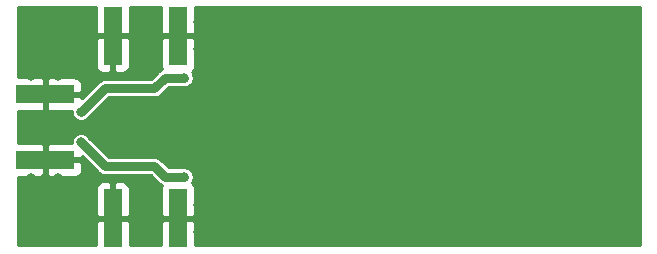
<source format=gbl>
G04 #@! TF.GenerationSoftware,KiCad,Pcbnew,5.1.10-88a1d61d58~88~ubuntu18.04.1*
G04 #@! TF.CreationDate,2021-09-29T07:56:17+02:00*
G04 #@! TF.ProjectId,rf_phase_shifter_2_45GHz,72665f70-6861-4736-955f-736869667465,1.0.0*
G04 #@! TF.SameCoordinates,Original*
G04 #@! TF.FileFunction,Copper,L2,Bot*
G04 #@! TF.FilePolarity,Positive*
%FSLAX46Y46*%
G04 Gerber Fmt 4.6, Leading zero omitted, Abs format (unit mm)*
G04 Created by KiCad (PCBNEW 5.1.10-88a1d61d58~88~ubuntu18.04.1) date 2021-09-29 07:56:17*
%MOMM*%
%LPD*%
G01*
G04 APERTURE LIST*
G04 #@! TA.AperFunction,SMDPad,CuDef*
%ADD10R,5.000000X1.600000*%
G04 #@! TD*
G04 #@! TA.AperFunction,SMDPad,CuDef*
%ADD11R,1.600000X5.000000*%
G04 #@! TD*
G04 #@! TA.AperFunction,ViaPad*
%ADD12C,5.000000*%
G04 #@! TD*
G04 #@! TA.AperFunction,ViaPad*
%ADD13C,0.800000*%
G04 #@! TD*
G04 #@! TA.AperFunction,Conductor*
%ADD14C,0.790000*%
G04 #@! TD*
G04 #@! TA.AperFunction,Conductor*
%ADD15C,0.254000*%
G04 #@! TD*
G04 #@! TA.AperFunction,Conductor*
%ADD16C,0.100000*%
G04 #@! TD*
G04 APERTURE END LIST*
D10*
X75967000Y-61698000D03*
X75967000Y-56158000D03*
D11*
X87225000Y-66654000D03*
X81685000Y-66654000D03*
X81685000Y-51202000D03*
X87225000Y-51202000D03*
D12*
X76073000Y-51181000D03*
X76073000Y-66548000D03*
X123952000Y-51181000D03*
X123952000Y-66548000D03*
D13*
X102616000Y-54483000D03*
X101727000Y-54483000D03*
X119761000Y-54864000D03*
X118872000Y-54864000D03*
X119761000Y-62992000D03*
X118872000Y-62992000D03*
X102616000Y-63373000D03*
X101727000Y-63373000D03*
X75946000Y-63246000D03*
X77089000Y-63246000D03*
X74803000Y-63246000D03*
X75946000Y-54610000D03*
X77089000Y-54610000D03*
X74803000Y-54610000D03*
X80010000Y-51181000D03*
X80010000Y-52324000D03*
X80010000Y-50038000D03*
X88900000Y-51181000D03*
X88900000Y-52324000D03*
X88900000Y-50038000D03*
X88900000Y-66675000D03*
X88900000Y-67818000D03*
X88900000Y-65532000D03*
X80010000Y-67818000D03*
X80010000Y-65532000D03*
X83820000Y-58928000D03*
X80010000Y-66675000D03*
X78994000Y-57658000D03*
X87757000Y-63119000D03*
X78994000Y-60198000D03*
X87757000Y-54737000D03*
D14*
X79062001Y-57589999D02*
X78994000Y-57658000D01*
X86106000Y-54737000D02*
X85217000Y-55626000D01*
X87757000Y-54737000D02*
X86106000Y-54737000D01*
X81026000Y-62230000D02*
X78994000Y-60198000D01*
X85217000Y-62230000D02*
X81026000Y-62230000D01*
X86106000Y-63119000D02*
X85217000Y-62230000D01*
X87757000Y-63119000D02*
X86106000Y-63119000D01*
X81026000Y-55626000D02*
X78994000Y-57658000D01*
X85217000Y-55626000D02*
X81026000Y-55626000D01*
D15*
X80250000Y-50916250D02*
X80408750Y-51075000D01*
X81558000Y-51075000D01*
X81558000Y-51055000D01*
X81812000Y-51055000D01*
X81812000Y-51075000D01*
X82961250Y-51075000D01*
X83120000Y-50916250D01*
X83122946Y-48793000D01*
X85787054Y-48793000D01*
X85790000Y-50916250D01*
X85948750Y-51075000D01*
X87098000Y-51075000D01*
X87098000Y-51055000D01*
X87352000Y-51055000D01*
X87352000Y-51075000D01*
X88501250Y-51075000D01*
X88660000Y-50916250D01*
X88662946Y-48793000D01*
X126340001Y-48793000D01*
X126340000Y-68936000D01*
X88662770Y-68936000D01*
X88660000Y-66939750D01*
X88501250Y-66781000D01*
X87352000Y-66781000D01*
X87352000Y-66801000D01*
X87098000Y-66801000D01*
X87098000Y-66781000D01*
X85948750Y-66781000D01*
X85790000Y-66939750D01*
X85787230Y-68936000D01*
X83122770Y-68936000D01*
X83120000Y-66939750D01*
X82961250Y-66781000D01*
X81812000Y-66781000D01*
X81812000Y-66801000D01*
X81558000Y-66801000D01*
X81558000Y-66781000D01*
X80408750Y-66781000D01*
X80250000Y-66939750D01*
X80247230Y-68936000D01*
X73685000Y-68936000D01*
X73685000Y-64154000D01*
X80246928Y-64154000D01*
X80250000Y-66368250D01*
X80408750Y-66527000D01*
X81558000Y-66527000D01*
X81558000Y-63677750D01*
X81812000Y-63677750D01*
X81812000Y-66527000D01*
X82961250Y-66527000D01*
X83120000Y-66368250D01*
X83123072Y-64154000D01*
X83110812Y-64029518D01*
X83074502Y-63909820D01*
X83015537Y-63799506D01*
X82936185Y-63702815D01*
X82839494Y-63623463D01*
X82729180Y-63564498D01*
X82609482Y-63528188D01*
X82485000Y-63515928D01*
X81970750Y-63519000D01*
X81812000Y-63677750D01*
X81558000Y-63677750D01*
X81399250Y-63519000D01*
X80885000Y-63515928D01*
X80760518Y-63528188D01*
X80640820Y-63564498D01*
X80530506Y-63623463D01*
X80433815Y-63702815D01*
X80354463Y-63799506D01*
X80295498Y-63909820D01*
X80259188Y-64029518D01*
X80246928Y-64154000D01*
X73685000Y-64154000D01*
X73685000Y-63135770D01*
X75681250Y-63133000D01*
X75840000Y-62974250D01*
X75840000Y-61825000D01*
X76094000Y-61825000D01*
X76094000Y-62974250D01*
X76252750Y-63133000D01*
X78467000Y-63136072D01*
X78591482Y-63123812D01*
X78711180Y-63087502D01*
X78821494Y-63028537D01*
X78918185Y-62949185D01*
X78997537Y-62852494D01*
X79056502Y-62742180D01*
X79092812Y-62622482D01*
X79105072Y-62498000D01*
X79102000Y-61983750D01*
X78943250Y-61825000D01*
X76094000Y-61825000D01*
X75840000Y-61825000D01*
X75820000Y-61825000D01*
X75820000Y-61571000D01*
X75840000Y-61571000D01*
X75840000Y-60421750D01*
X76094000Y-60421750D01*
X76094000Y-61571000D01*
X78943250Y-61571000D01*
X79102000Y-61412250D01*
X79102052Y-61403482D01*
X80450337Y-62751767D01*
X80474631Y-62781369D01*
X80504233Y-62805663D01*
X80504235Y-62805665D01*
X80522435Y-62820601D01*
X80592792Y-62878342D01*
X80616831Y-62891191D01*
X80727600Y-62950399D01*
X80873877Y-62994771D01*
X80887958Y-62996158D01*
X80987886Y-63006000D01*
X80987893Y-63006000D01*
X81026000Y-63009753D01*
X81064107Y-63006000D01*
X84895571Y-63006000D01*
X85530337Y-63640767D01*
X85554631Y-63670369D01*
X85584233Y-63694663D01*
X85584235Y-63694665D01*
X85594166Y-63702815D01*
X85672792Y-63767342D01*
X85732967Y-63799506D01*
X85807601Y-63839399D01*
X85863995Y-63856506D01*
X85835498Y-63909820D01*
X85799188Y-64029518D01*
X85786928Y-64154000D01*
X85790000Y-66368250D01*
X85948750Y-66527000D01*
X87098000Y-66527000D01*
X87098000Y-66507000D01*
X87352000Y-66507000D01*
X87352000Y-66527000D01*
X88501250Y-66527000D01*
X88660000Y-66368250D01*
X88663072Y-64154000D01*
X88650812Y-64029518D01*
X88614502Y-63909820D01*
X88555537Y-63799506D01*
X88476185Y-63702815D01*
X88379494Y-63623463D01*
X88364562Y-63615482D01*
X88449113Y-63488942D01*
X88507987Y-63346809D01*
X88538000Y-63195922D01*
X88538000Y-63042078D01*
X88507987Y-62891191D01*
X88449113Y-62749058D01*
X88363642Y-62621141D01*
X88254859Y-62512358D01*
X88126942Y-62426887D01*
X87984809Y-62368013D01*
X87833922Y-62338000D01*
X87680078Y-62338000D01*
X87654941Y-62343000D01*
X86427430Y-62343000D01*
X85792667Y-61708238D01*
X85768369Y-61678631D01*
X85650208Y-61581658D01*
X85515399Y-61509601D01*
X85369122Y-61465229D01*
X85255114Y-61454000D01*
X85255107Y-61454000D01*
X85217000Y-61450247D01*
X85178893Y-61454000D01*
X81347430Y-61454000D01*
X79614882Y-59721453D01*
X79600642Y-59700141D01*
X79491859Y-59591358D01*
X79363942Y-59505887D01*
X79221809Y-59447013D01*
X79070922Y-59417000D01*
X78917078Y-59417000D01*
X78766191Y-59447013D01*
X78624058Y-59505887D01*
X78496141Y-59591358D01*
X78387358Y-59700141D01*
X78301887Y-59828058D01*
X78243013Y-59970191D01*
X78213000Y-60121078D01*
X78213000Y-60260280D01*
X76252750Y-60263000D01*
X76094000Y-60421750D01*
X75840000Y-60421750D01*
X75681250Y-60263000D01*
X73685000Y-60260230D01*
X73685000Y-57595770D01*
X75681250Y-57593000D01*
X75840000Y-57434250D01*
X75840000Y-56285000D01*
X76094000Y-56285000D01*
X76094000Y-57434250D01*
X76252750Y-57593000D01*
X78213000Y-57595720D01*
X78213000Y-57734922D01*
X78243013Y-57885809D01*
X78301887Y-58027942D01*
X78387358Y-58155859D01*
X78496141Y-58264642D01*
X78624058Y-58350113D01*
X78766191Y-58408987D01*
X78917078Y-58439000D01*
X79070922Y-58439000D01*
X79221809Y-58408987D01*
X79363942Y-58350113D01*
X79491859Y-58264642D01*
X79600642Y-58155859D01*
X79614882Y-58134547D01*
X81347430Y-56402000D01*
X85178893Y-56402000D01*
X85217000Y-56405753D01*
X85255107Y-56402000D01*
X85255114Y-56402000D01*
X85369122Y-56390771D01*
X85515399Y-56346399D01*
X85650208Y-56274342D01*
X85768369Y-56177369D01*
X85792667Y-56147762D01*
X86427430Y-55513000D01*
X87654941Y-55513000D01*
X87680078Y-55518000D01*
X87833922Y-55518000D01*
X87984809Y-55487987D01*
X88126942Y-55429113D01*
X88254859Y-55343642D01*
X88363642Y-55234859D01*
X88449113Y-55106942D01*
X88507987Y-54964809D01*
X88538000Y-54813922D01*
X88538000Y-54660078D01*
X88507987Y-54509191D01*
X88449113Y-54367058D01*
X88364562Y-54240518D01*
X88379494Y-54232537D01*
X88476185Y-54153185D01*
X88555537Y-54056494D01*
X88614502Y-53946180D01*
X88650812Y-53826482D01*
X88663072Y-53702000D01*
X88660000Y-51487750D01*
X88501250Y-51329000D01*
X87352000Y-51329000D01*
X87352000Y-51349000D01*
X87098000Y-51349000D01*
X87098000Y-51329000D01*
X85948750Y-51329000D01*
X85790000Y-51487750D01*
X85786928Y-53702000D01*
X85799188Y-53826482D01*
X85835498Y-53946180D01*
X85863995Y-53999494D01*
X85807601Y-54016601D01*
X85672792Y-54088658D01*
X85672790Y-54088659D01*
X85672791Y-54088659D01*
X85584235Y-54161335D01*
X85584233Y-54161337D01*
X85554631Y-54185631D01*
X85530337Y-54215233D01*
X84895571Y-54850000D01*
X81064107Y-54850000D01*
X81026000Y-54846247D01*
X80987893Y-54850000D01*
X80987886Y-54850000D01*
X80887958Y-54859842D01*
X80873877Y-54861229D01*
X80727600Y-54905601D01*
X80655543Y-54944117D01*
X80592792Y-54977658D01*
X80592790Y-54977659D01*
X80592791Y-54977659D01*
X80504235Y-55050335D01*
X80504233Y-55050337D01*
X80474631Y-55074631D01*
X80450337Y-55104233D01*
X79102052Y-56452518D01*
X79102000Y-56443750D01*
X78943250Y-56285000D01*
X76094000Y-56285000D01*
X75840000Y-56285000D01*
X75820000Y-56285000D01*
X75820000Y-56031000D01*
X75840000Y-56031000D01*
X75840000Y-54881750D01*
X76094000Y-54881750D01*
X76094000Y-56031000D01*
X78943250Y-56031000D01*
X79102000Y-55872250D01*
X79105072Y-55358000D01*
X79092812Y-55233518D01*
X79056502Y-55113820D01*
X78997537Y-55003506D01*
X78918185Y-54906815D01*
X78821494Y-54827463D01*
X78711180Y-54768498D01*
X78591482Y-54732188D01*
X78467000Y-54719928D01*
X76252750Y-54723000D01*
X76094000Y-54881750D01*
X75840000Y-54881750D01*
X75681250Y-54723000D01*
X73685000Y-54720230D01*
X73685000Y-53702000D01*
X80246928Y-53702000D01*
X80259188Y-53826482D01*
X80295498Y-53946180D01*
X80354463Y-54056494D01*
X80433815Y-54153185D01*
X80530506Y-54232537D01*
X80640820Y-54291502D01*
X80760518Y-54327812D01*
X80885000Y-54340072D01*
X81399250Y-54337000D01*
X81558000Y-54178250D01*
X81558000Y-51329000D01*
X81812000Y-51329000D01*
X81812000Y-54178250D01*
X81970750Y-54337000D01*
X82485000Y-54340072D01*
X82609482Y-54327812D01*
X82729180Y-54291502D01*
X82839494Y-54232537D01*
X82936185Y-54153185D01*
X83015537Y-54056494D01*
X83074502Y-53946180D01*
X83110812Y-53826482D01*
X83123072Y-53702000D01*
X83120000Y-51487750D01*
X82961250Y-51329000D01*
X81812000Y-51329000D01*
X81558000Y-51329000D01*
X80408750Y-51329000D01*
X80250000Y-51487750D01*
X80246928Y-53702000D01*
X73685000Y-53702000D01*
X73685000Y-48793000D01*
X80247054Y-48793000D01*
X80250000Y-50916250D01*
G04 #@! TA.AperFunction,Conductor*
D16*
G36*
X80250000Y-50916250D02*
G01*
X80408750Y-51075000D01*
X81558000Y-51075000D01*
X81558000Y-51055000D01*
X81812000Y-51055000D01*
X81812000Y-51075000D01*
X82961250Y-51075000D01*
X83120000Y-50916250D01*
X83122946Y-48793000D01*
X85787054Y-48793000D01*
X85790000Y-50916250D01*
X85948750Y-51075000D01*
X87098000Y-51075000D01*
X87098000Y-51055000D01*
X87352000Y-51055000D01*
X87352000Y-51075000D01*
X88501250Y-51075000D01*
X88660000Y-50916250D01*
X88662946Y-48793000D01*
X126340001Y-48793000D01*
X126340000Y-68936000D01*
X88662770Y-68936000D01*
X88660000Y-66939750D01*
X88501250Y-66781000D01*
X87352000Y-66781000D01*
X87352000Y-66801000D01*
X87098000Y-66801000D01*
X87098000Y-66781000D01*
X85948750Y-66781000D01*
X85790000Y-66939750D01*
X85787230Y-68936000D01*
X83122770Y-68936000D01*
X83120000Y-66939750D01*
X82961250Y-66781000D01*
X81812000Y-66781000D01*
X81812000Y-66801000D01*
X81558000Y-66801000D01*
X81558000Y-66781000D01*
X80408750Y-66781000D01*
X80250000Y-66939750D01*
X80247230Y-68936000D01*
X73685000Y-68936000D01*
X73685000Y-64154000D01*
X80246928Y-64154000D01*
X80250000Y-66368250D01*
X80408750Y-66527000D01*
X81558000Y-66527000D01*
X81558000Y-63677750D01*
X81812000Y-63677750D01*
X81812000Y-66527000D01*
X82961250Y-66527000D01*
X83120000Y-66368250D01*
X83123072Y-64154000D01*
X83110812Y-64029518D01*
X83074502Y-63909820D01*
X83015537Y-63799506D01*
X82936185Y-63702815D01*
X82839494Y-63623463D01*
X82729180Y-63564498D01*
X82609482Y-63528188D01*
X82485000Y-63515928D01*
X81970750Y-63519000D01*
X81812000Y-63677750D01*
X81558000Y-63677750D01*
X81399250Y-63519000D01*
X80885000Y-63515928D01*
X80760518Y-63528188D01*
X80640820Y-63564498D01*
X80530506Y-63623463D01*
X80433815Y-63702815D01*
X80354463Y-63799506D01*
X80295498Y-63909820D01*
X80259188Y-64029518D01*
X80246928Y-64154000D01*
X73685000Y-64154000D01*
X73685000Y-63135770D01*
X75681250Y-63133000D01*
X75840000Y-62974250D01*
X75840000Y-61825000D01*
X76094000Y-61825000D01*
X76094000Y-62974250D01*
X76252750Y-63133000D01*
X78467000Y-63136072D01*
X78591482Y-63123812D01*
X78711180Y-63087502D01*
X78821494Y-63028537D01*
X78918185Y-62949185D01*
X78997537Y-62852494D01*
X79056502Y-62742180D01*
X79092812Y-62622482D01*
X79105072Y-62498000D01*
X79102000Y-61983750D01*
X78943250Y-61825000D01*
X76094000Y-61825000D01*
X75840000Y-61825000D01*
X75820000Y-61825000D01*
X75820000Y-61571000D01*
X75840000Y-61571000D01*
X75840000Y-60421750D01*
X76094000Y-60421750D01*
X76094000Y-61571000D01*
X78943250Y-61571000D01*
X79102000Y-61412250D01*
X79102052Y-61403482D01*
X80450337Y-62751767D01*
X80474631Y-62781369D01*
X80504233Y-62805663D01*
X80504235Y-62805665D01*
X80522435Y-62820601D01*
X80592792Y-62878342D01*
X80616831Y-62891191D01*
X80727600Y-62950399D01*
X80873877Y-62994771D01*
X80887958Y-62996158D01*
X80987886Y-63006000D01*
X80987893Y-63006000D01*
X81026000Y-63009753D01*
X81064107Y-63006000D01*
X84895571Y-63006000D01*
X85530337Y-63640767D01*
X85554631Y-63670369D01*
X85584233Y-63694663D01*
X85584235Y-63694665D01*
X85594166Y-63702815D01*
X85672792Y-63767342D01*
X85732967Y-63799506D01*
X85807601Y-63839399D01*
X85863995Y-63856506D01*
X85835498Y-63909820D01*
X85799188Y-64029518D01*
X85786928Y-64154000D01*
X85790000Y-66368250D01*
X85948750Y-66527000D01*
X87098000Y-66527000D01*
X87098000Y-66507000D01*
X87352000Y-66507000D01*
X87352000Y-66527000D01*
X88501250Y-66527000D01*
X88660000Y-66368250D01*
X88663072Y-64154000D01*
X88650812Y-64029518D01*
X88614502Y-63909820D01*
X88555537Y-63799506D01*
X88476185Y-63702815D01*
X88379494Y-63623463D01*
X88364562Y-63615482D01*
X88449113Y-63488942D01*
X88507987Y-63346809D01*
X88538000Y-63195922D01*
X88538000Y-63042078D01*
X88507987Y-62891191D01*
X88449113Y-62749058D01*
X88363642Y-62621141D01*
X88254859Y-62512358D01*
X88126942Y-62426887D01*
X87984809Y-62368013D01*
X87833922Y-62338000D01*
X87680078Y-62338000D01*
X87654941Y-62343000D01*
X86427430Y-62343000D01*
X85792667Y-61708238D01*
X85768369Y-61678631D01*
X85650208Y-61581658D01*
X85515399Y-61509601D01*
X85369122Y-61465229D01*
X85255114Y-61454000D01*
X85255107Y-61454000D01*
X85217000Y-61450247D01*
X85178893Y-61454000D01*
X81347430Y-61454000D01*
X79614882Y-59721453D01*
X79600642Y-59700141D01*
X79491859Y-59591358D01*
X79363942Y-59505887D01*
X79221809Y-59447013D01*
X79070922Y-59417000D01*
X78917078Y-59417000D01*
X78766191Y-59447013D01*
X78624058Y-59505887D01*
X78496141Y-59591358D01*
X78387358Y-59700141D01*
X78301887Y-59828058D01*
X78243013Y-59970191D01*
X78213000Y-60121078D01*
X78213000Y-60260280D01*
X76252750Y-60263000D01*
X76094000Y-60421750D01*
X75840000Y-60421750D01*
X75681250Y-60263000D01*
X73685000Y-60260230D01*
X73685000Y-57595770D01*
X75681250Y-57593000D01*
X75840000Y-57434250D01*
X75840000Y-56285000D01*
X76094000Y-56285000D01*
X76094000Y-57434250D01*
X76252750Y-57593000D01*
X78213000Y-57595720D01*
X78213000Y-57734922D01*
X78243013Y-57885809D01*
X78301887Y-58027942D01*
X78387358Y-58155859D01*
X78496141Y-58264642D01*
X78624058Y-58350113D01*
X78766191Y-58408987D01*
X78917078Y-58439000D01*
X79070922Y-58439000D01*
X79221809Y-58408987D01*
X79363942Y-58350113D01*
X79491859Y-58264642D01*
X79600642Y-58155859D01*
X79614882Y-58134547D01*
X81347430Y-56402000D01*
X85178893Y-56402000D01*
X85217000Y-56405753D01*
X85255107Y-56402000D01*
X85255114Y-56402000D01*
X85369122Y-56390771D01*
X85515399Y-56346399D01*
X85650208Y-56274342D01*
X85768369Y-56177369D01*
X85792667Y-56147762D01*
X86427430Y-55513000D01*
X87654941Y-55513000D01*
X87680078Y-55518000D01*
X87833922Y-55518000D01*
X87984809Y-55487987D01*
X88126942Y-55429113D01*
X88254859Y-55343642D01*
X88363642Y-55234859D01*
X88449113Y-55106942D01*
X88507987Y-54964809D01*
X88538000Y-54813922D01*
X88538000Y-54660078D01*
X88507987Y-54509191D01*
X88449113Y-54367058D01*
X88364562Y-54240518D01*
X88379494Y-54232537D01*
X88476185Y-54153185D01*
X88555537Y-54056494D01*
X88614502Y-53946180D01*
X88650812Y-53826482D01*
X88663072Y-53702000D01*
X88660000Y-51487750D01*
X88501250Y-51329000D01*
X87352000Y-51329000D01*
X87352000Y-51349000D01*
X87098000Y-51349000D01*
X87098000Y-51329000D01*
X85948750Y-51329000D01*
X85790000Y-51487750D01*
X85786928Y-53702000D01*
X85799188Y-53826482D01*
X85835498Y-53946180D01*
X85863995Y-53999494D01*
X85807601Y-54016601D01*
X85672792Y-54088658D01*
X85672790Y-54088659D01*
X85672791Y-54088659D01*
X85584235Y-54161335D01*
X85584233Y-54161337D01*
X85554631Y-54185631D01*
X85530337Y-54215233D01*
X84895571Y-54850000D01*
X81064107Y-54850000D01*
X81026000Y-54846247D01*
X80987893Y-54850000D01*
X80987886Y-54850000D01*
X80887958Y-54859842D01*
X80873877Y-54861229D01*
X80727600Y-54905601D01*
X80655543Y-54944117D01*
X80592792Y-54977658D01*
X80592790Y-54977659D01*
X80592791Y-54977659D01*
X80504235Y-55050335D01*
X80504233Y-55050337D01*
X80474631Y-55074631D01*
X80450337Y-55104233D01*
X79102052Y-56452518D01*
X79102000Y-56443750D01*
X78943250Y-56285000D01*
X76094000Y-56285000D01*
X75840000Y-56285000D01*
X75820000Y-56285000D01*
X75820000Y-56031000D01*
X75840000Y-56031000D01*
X75840000Y-54881750D01*
X76094000Y-54881750D01*
X76094000Y-56031000D01*
X78943250Y-56031000D01*
X79102000Y-55872250D01*
X79105072Y-55358000D01*
X79092812Y-55233518D01*
X79056502Y-55113820D01*
X78997537Y-55003506D01*
X78918185Y-54906815D01*
X78821494Y-54827463D01*
X78711180Y-54768498D01*
X78591482Y-54732188D01*
X78467000Y-54719928D01*
X76252750Y-54723000D01*
X76094000Y-54881750D01*
X75840000Y-54881750D01*
X75681250Y-54723000D01*
X73685000Y-54720230D01*
X73685000Y-53702000D01*
X80246928Y-53702000D01*
X80259188Y-53826482D01*
X80295498Y-53946180D01*
X80354463Y-54056494D01*
X80433815Y-54153185D01*
X80530506Y-54232537D01*
X80640820Y-54291502D01*
X80760518Y-54327812D01*
X80885000Y-54340072D01*
X81399250Y-54337000D01*
X81558000Y-54178250D01*
X81558000Y-51329000D01*
X81812000Y-51329000D01*
X81812000Y-54178250D01*
X81970750Y-54337000D01*
X82485000Y-54340072D01*
X82609482Y-54327812D01*
X82729180Y-54291502D01*
X82839494Y-54232537D01*
X82936185Y-54153185D01*
X83015537Y-54056494D01*
X83074502Y-53946180D01*
X83110812Y-53826482D01*
X83123072Y-53702000D01*
X83120000Y-51487750D01*
X82961250Y-51329000D01*
X81812000Y-51329000D01*
X81558000Y-51329000D01*
X80408750Y-51329000D01*
X80250000Y-51487750D01*
X80246928Y-53702000D01*
X73685000Y-53702000D01*
X73685000Y-48793000D01*
X80247054Y-48793000D01*
X80250000Y-50916250D01*
G37*
G04 #@! TD.AperFunction*
M02*

</source>
